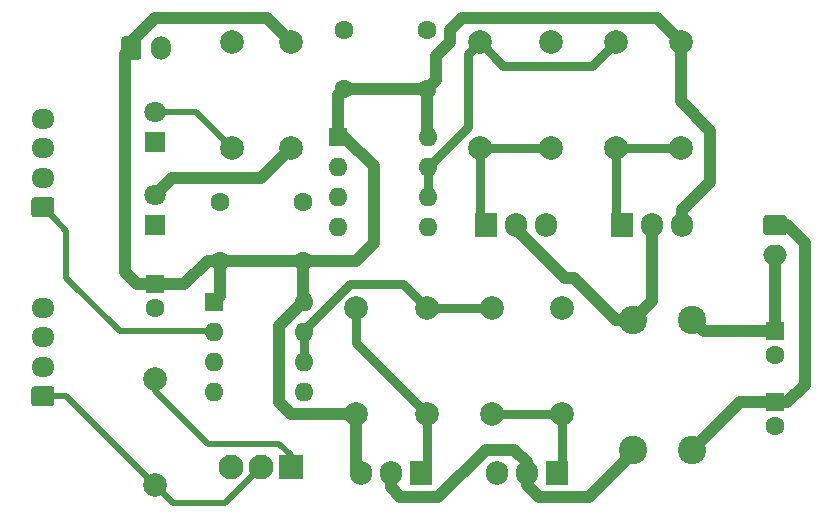
<source format=gbr>
G04 #@! TF.GenerationSoftware,KiCad,Pcbnew,(5.1.7)-1*
G04 #@! TF.CreationDate,2020-10-18T18:55:38+03:00*
G04 #@! TF.ProjectId,peltier,70656c74-6965-4722-9e6b-696361645f70,rev?*
G04 #@! TF.SameCoordinates,Original*
G04 #@! TF.FileFunction,Copper,L1,Top*
G04 #@! TF.FilePolarity,Positive*
%FSLAX46Y46*%
G04 Gerber Fmt 4.6, Leading zero omitted, Abs format (unit mm)*
G04 Created by KiCad (PCBNEW (5.1.7)-1) date 2020-10-18 18:55:38*
%MOMM*%
%LPD*%
G01*
G04 APERTURE LIST*
G04 #@! TA.AperFunction,ComponentPad*
%ADD10C,2.100000*%
G04 #@! TD*
G04 #@! TA.AperFunction,ComponentPad*
%ADD11R,2.100000X2.100000*%
G04 #@! TD*
G04 #@! TA.AperFunction,ComponentPad*
%ADD12O,1.600000X1.600000*%
G04 #@! TD*
G04 #@! TA.AperFunction,ComponentPad*
%ADD13R,1.600000X1.600000*%
G04 #@! TD*
G04 #@! TA.AperFunction,ComponentPad*
%ADD14C,2.000000*%
G04 #@! TD*
G04 #@! TA.AperFunction,ComponentPad*
%ADD15O,1.905000X2.000000*%
G04 #@! TD*
G04 #@! TA.AperFunction,ComponentPad*
%ADD16R,1.905000X2.000000*%
G04 #@! TD*
G04 #@! TA.AperFunction,ComponentPad*
%ADD17C,2.400000*%
G04 #@! TD*
G04 #@! TA.AperFunction,ComponentPad*
%ADD18O,2.000000X1.700000*%
G04 #@! TD*
G04 #@! TA.AperFunction,ComponentPad*
%ADD19O,1.950000X1.700000*%
G04 #@! TD*
G04 #@! TA.AperFunction,ComponentPad*
%ADD20O,1.700000X2.000000*%
G04 #@! TD*
G04 #@! TA.AperFunction,ComponentPad*
%ADD21C,1.800000*%
G04 #@! TD*
G04 #@! TA.AperFunction,ComponentPad*
%ADD22R,1.800000X1.800000*%
G04 #@! TD*
G04 #@! TA.AperFunction,ComponentPad*
%ADD23C,1.600000*%
G04 #@! TD*
G04 #@! TA.AperFunction,Conductor*
%ADD24C,1.000000*%
G04 #@! TD*
G04 #@! TA.AperFunction,Conductor*
%ADD25C,0.500000*%
G04 #@! TD*
G04 #@! TA.AperFunction,Conductor*
%ADD26C,0.750000*%
G04 #@! TD*
G04 APERTURE END LIST*
D10*
X144420000Y-111000000D03*
X146960000Y-111000000D03*
D11*
X149500000Y-111000000D03*
D12*
X161120000Y-83000000D03*
X153500000Y-90620000D03*
X161120000Y-85540000D03*
X153500000Y-88080000D03*
X161120000Y-88080000D03*
X153500000Y-85540000D03*
X161120000Y-90620000D03*
D13*
X153500000Y-83000000D03*
D12*
X150620000Y-97000000D03*
X143000000Y-104620000D03*
X150620000Y-99540000D03*
X143000000Y-102080000D03*
X150620000Y-102080000D03*
X143000000Y-99540000D03*
X150620000Y-104620000D03*
D13*
X143000000Y-97000000D03*
D14*
X149500000Y-75000000D03*
X149500000Y-84000000D03*
X144500000Y-84000000D03*
X144500000Y-75000000D03*
X171500000Y-84000000D03*
X171500000Y-75000000D03*
X172500000Y-106500000D03*
X172500000Y-97500000D03*
X165500000Y-84000000D03*
X165500000Y-75000000D03*
X138000000Y-103500000D03*
X138000000Y-112500000D03*
X166500000Y-106500000D03*
X166500000Y-97500000D03*
X177000000Y-84000000D03*
X177000000Y-75000000D03*
X161000000Y-106500000D03*
X161000000Y-97500000D03*
X182500000Y-75000000D03*
X182500000Y-84000000D03*
X155000000Y-106500000D03*
X155000000Y-97500000D03*
D15*
X171080000Y-90500000D03*
X168540000Y-90500000D03*
D16*
X166000000Y-90500000D03*
D15*
X166920000Y-111500000D03*
X169460000Y-111500000D03*
D16*
X172000000Y-111500000D03*
D15*
X182580000Y-90500000D03*
X180040000Y-90500000D03*
D16*
X177500000Y-90500000D03*
D15*
X155420000Y-111500000D03*
X157960000Y-111500000D03*
D16*
X160500000Y-111500000D03*
D17*
X183500000Y-98500000D03*
X178500000Y-98500000D03*
X183500000Y-109500000D03*
X178500000Y-109500000D03*
D18*
X190500000Y-93000000D03*
G04 #@! TA.AperFunction,ComponentPad*
G36*
G01*
X189750000Y-89650000D02*
X191250000Y-89650000D01*
G75*
G02*
X191500000Y-89900000I0J-250000D01*
G01*
X191500000Y-91100000D01*
G75*
G02*
X191250000Y-91350000I-250000J0D01*
G01*
X189750000Y-91350000D01*
G75*
G02*
X189500000Y-91100000I0J250000D01*
G01*
X189500000Y-89900000D01*
G75*
G02*
X189750000Y-89650000I250000J0D01*
G01*
G37*
G04 #@! TD.AperFunction*
D19*
X128500000Y-97500000D03*
X128500000Y-100000000D03*
X128500000Y-102500000D03*
G04 #@! TA.AperFunction,ComponentPad*
G36*
G01*
X129225000Y-105850000D02*
X127775000Y-105850000D01*
G75*
G02*
X127525000Y-105600000I0J250000D01*
G01*
X127525000Y-104400000D01*
G75*
G02*
X127775000Y-104150000I250000J0D01*
G01*
X129225000Y-104150000D01*
G75*
G02*
X129475000Y-104400000I0J-250000D01*
G01*
X129475000Y-105600000D01*
G75*
G02*
X129225000Y-105850000I-250000J0D01*
G01*
G37*
G04 #@! TD.AperFunction*
X128500000Y-81500000D03*
X128500000Y-84000000D03*
X128500000Y-86500000D03*
G04 #@! TA.AperFunction,ComponentPad*
G36*
G01*
X129225000Y-89850000D02*
X127775000Y-89850000D01*
G75*
G02*
X127525000Y-89600000I0J250000D01*
G01*
X127525000Y-88400000D01*
G75*
G02*
X127775000Y-88150000I250000J0D01*
G01*
X129225000Y-88150000D01*
G75*
G02*
X129475000Y-88400000I0J-250000D01*
G01*
X129475000Y-89600000D01*
G75*
G02*
X129225000Y-89850000I-250000J0D01*
G01*
G37*
G04 #@! TD.AperFunction*
D20*
X138500000Y-75500000D03*
G04 #@! TA.AperFunction,ComponentPad*
G36*
G01*
X135150000Y-76250000D02*
X135150000Y-74750000D01*
G75*
G02*
X135400000Y-74500000I250000J0D01*
G01*
X136600000Y-74500000D01*
G75*
G02*
X136850000Y-74750000I0J-250000D01*
G01*
X136850000Y-76250000D01*
G75*
G02*
X136600000Y-76500000I-250000J0D01*
G01*
X135400000Y-76500000D01*
G75*
G02*
X135150000Y-76250000I0J250000D01*
G01*
G37*
G04 #@! TD.AperFunction*
D21*
X138000000Y-87960000D03*
D22*
X138000000Y-90500000D03*
D21*
X138000000Y-80960000D03*
D22*
X138000000Y-83500000D03*
D23*
X161000000Y-74000000D03*
X161000000Y-79000000D03*
X150500000Y-88500000D03*
X150500000Y-93500000D03*
X190500000Y-101500000D03*
D13*
X190500000Y-99500000D03*
D23*
X190500000Y-107500000D03*
D13*
X190500000Y-105500000D03*
D23*
X154000000Y-74000000D03*
X154000000Y-79000000D03*
X143500000Y-88500000D03*
X143500000Y-93500000D03*
D13*
X138000000Y-95500000D03*
D23*
X138000000Y-97500000D03*
D24*
X154000000Y-79000000D02*
X161000000Y-79000000D01*
X161000000Y-82880000D02*
X161120000Y-83000000D01*
X161000000Y-79000000D02*
X161000000Y-82880000D01*
X161799999Y-78200001D02*
X161799999Y-76200001D01*
X161000000Y-79000000D02*
X161799999Y-78200001D01*
X161799999Y-76200001D02*
X163000000Y-75000000D01*
X163000000Y-75000000D02*
X163000000Y-74000000D01*
X163000000Y-74000000D02*
X164000000Y-73000000D01*
X180500000Y-73000000D02*
X182500000Y-75000000D01*
X164000000Y-73000000D02*
X180500000Y-73000000D01*
X182500000Y-75000000D02*
X182500000Y-80000000D01*
X182500000Y-80000000D02*
X185000000Y-82500000D01*
X182580000Y-89250000D02*
X182580000Y-90500000D01*
X185000000Y-86830000D02*
X182580000Y-89250000D01*
X185000000Y-82500000D02*
X185000000Y-86830000D01*
X143500000Y-96500000D02*
X143000000Y-97000000D01*
X143500000Y-93500000D02*
X143500000Y-96500000D01*
X143500000Y-93500000D02*
X150500000Y-93500000D01*
X150500000Y-96880000D02*
X150620000Y-97000000D01*
X150500000Y-93500000D02*
X150500000Y-96880000D01*
X155000000Y-111080000D02*
X155420000Y-111500000D01*
X155000000Y-106500000D02*
X155000000Y-111080000D01*
X149500000Y-106500000D02*
X155000000Y-106500000D01*
X148500000Y-105500000D02*
X149500000Y-106500000D01*
X148500000Y-99000000D02*
X148500000Y-105500000D01*
X150620000Y-97000000D02*
X150500000Y-97000000D01*
X150500000Y-97000000D02*
X148500000Y-99000000D01*
X154000000Y-83000000D02*
X153500000Y-83000000D01*
X156500000Y-85500000D02*
X154000000Y-83000000D01*
X156500000Y-92000000D02*
X156500000Y-85500000D01*
X150500000Y-93500000D02*
X155000000Y-93500000D01*
X155000000Y-93500000D02*
X156500000Y-92000000D01*
X153500000Y-79500000D02*
X153500000Y-83000000D01*
X154000000Y-79000000D02*
X153500000Y-79500000D01*
X187500000Y-105500000D02*
X190500000Y-105500000D01*
X183500000Y-109500000D02*
X187500000Y-105500000D01*
X191500000Y-90500000D02*
X190500000Y-90500000D01*
X193000000Y-92000000D02*
X191500000Y-90500000D01*
X193000000Y-104050000D02*
X193000000Y-92000000D01*
X190500000Y-105500000D02*
X191550000Y-105500000D01*
X191550000Y-105500000D02*
X193000000Y-104050000D01*
X190500000Y-99500000D02*
X190500000Y-93000000D01*
X184500000Y-99500000D02*
X190500000Y-99500000D01*
X183500000Y-98500000D02*
X184500000Y-99500000D01*
D25*
X141460000Y-80960000D02*
X144500000Y-84000000D01*
X138000000Y-80960000D02*
X141460000Y-80960000D01*
D24*
X139460000Y-86500000D02*
X138000000Y-87960000D01*
X147000000Y-86500000D02*
X139460000Y-86500000D01*
X149500000Y-84000000D02*
X147000000Y-86500000D01*
D25*
X129500000Y-90000000D02*
X128500000Y-89000000D01*
X130500000Y-91000000D02*
X129500000Y-90000000D01*
X130500000Y-95000000D02*
X130500000Y-91000000D01*
X135000000Y-99500000D02*
X130500000Y-95000000D01*
X142960000Y-99500000D02*
X135000000Y-99500000D01*
X143000000Y-99540000D02*
X142960000Y-99500000D01*
X144420000Y-110920000D02*
X144420000Y-111000000D01*
D24*
X142475000Y-93500000D02*
X143500000Y-93500000D01*
X140475000Y-95500000D02*
X142475000Y-93500000D01*
X135500000Y-94500000D02*
X136500000Y-95500000D01*
X135500000Y-76000000D02*
X135500000Y-94500000D01*
X136500000Y-95500000D02*
X140475000Y-95500000D01*
X136000000Y-75500000D02*
X135500000Y-76000000D01*
X136000000Y-75000000D02*
X136000000Y-75500000D01*
X138000000Y-73000000D02*
X136000000Y-75000000D01*
X147500000Y-73000000D02*
X138000000Y-73000000D01*
X149500000Y-75000000D02*
X147500000Y-73000000D01*
D25*
X138000000Y-103500000D02*
X138000000Y-104500000D01*
X138000000Y-104500000D02*
X142500000Y-109000000D01*
X149500000Y-110000000D02*
X149500000Y-111000000D01*
X148500000Y-109000000D02*
X149500000Y-110000000D01*
X142500000Y-109000000D02*
X148500000Y-109000000D01*
D24*
X178500000Y-109750000D02*
X178500000Y-109500000D01*
X174750000Y-113500000D02*
X178500000Y-109750000D01*
X170500000Y-113500000D02*
X174750000Y-113500000D01*
X169460000Y-111500000D02*
X169460000Y-112460000D01*
X169460000Y-112460000D02*
X170500000Y-113500000D01*
X168402251Y-109500000D02*
X169460000Y-110557749D01*
X169460000Y-110557749D02*
X169460000Y-111500000D01*
X157960000Y-111500000D02*
X157960000Y-112710000D01*
X158750000Y-113500000D02*
X162000000Y-113500000D01*
X157960000Y-112710000D02*
X158750000Y-113500000D01*
X162000000Y-113500000D02*
X166000000Y-109500000D01*
X166000000Y-109500000D02*
X168402251Y-109500000D01*
X180040000Y-96960000D02*
X180040000Y-90500000D01*
X178500000Y-98500000D02*
X180040000Y-96960000D01*
X177000000Y-98500000D02*
X178500000Y-98500000D01*
X173500000Y-95000000D02*
X177000000Y-98500000D01*
X172750000Y-95000000D02*
X173500000Y-95000000D01*
X168540000Y-90500000D02*
X168540000Y-90790000D01*
X168540000Y-90790000D02*
X172750000Y-95000000D01*
D26*
X155000000Y-100500000D02*
X161000000Y-106500000D01*
X155000000Y-97500000D02*
X155000000Y-100500000D01*
X161000000Y-111000000D02*
X160500000Y-111500000D01*
X161000000Y-106500000D02*
X161000000Y-111000000D01*
X181085787Y-84000000D02*
X177000000Y-84000000D01*
X182500000Y-84000000D02*
X181085787Y-84000000D01*
X177000000Y-90000000D02*
X177500000Y-90500000D01*
X177000000Y-84000000D02*
X177000000Y-90000000D01*
X166500000Y-106500000D02*
X172500000Y-106500000D01*
X172500000Y-111000000D02*
X172000000Y-111500000D01*
X172500000Y-106500000D02*
X172500000Y-111000000D01*
X171500000Y-84000000D02*
X165500000Y-84000000D01*
X165500000Y-90000000D02*
X166000000Y-90500000D01*
X165500000Y-84000000D02*
X165500000Y-90000000D01*
X150620000Y-102080000D02*
X150620000Y-99540000D01*
X159000000Y-95500000D02*
X161000000Y-97500000D01*
X154500000Y-95500000D02*
X159000000Y-95500000D01*
X150620000Y-99540000D02*
X150620000Y-99380000D01*
X150620000Y-99380000D02*
X154500000Y-95500000D01*
X161000000Y-97500000D02*
X166500000Y-97500000D01*
X161120000Y-88080000D02*
X161120000Y-85540000D01*
X176000001Y-75999999D02*
X177000000Y-75000000D01*
X175000000Y-77000000D02*
X176000001Y-75999999D01*
X167500000Y-77000000D02*
X175000000Y-77000000D01*
X165500000Y-75000000D02*
X167500000Y-77000000D01*
X164500000Y-76000000D02*
X165500000Y-75000000D01*
X164500000Y-82160000D02*
X164500000Y-76000000D01*
X161120000Y-85540000D02*
X164500000Y-82160000D01*
D25*
X138000000Y-112500000D02*
X139500000Y-114000000D01*
X143960000Y-114000000D02*
X146960000Y-111000000D01*
X139500000Y-114000000D02*
X143960000Y-114000000D01*
X130500000Y-105000000D02*
X138000000Y-112500000D01*
X128500000Y-105000000D02*
X130500000Y-105000000D01*
M02*

</source>
